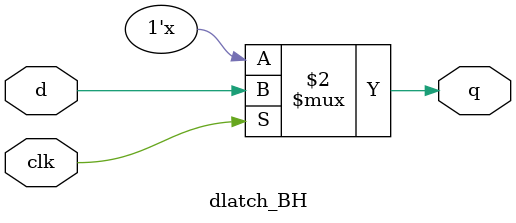
<source format=v>
module dlatch_BH(
	input d,
	input clk,
	output reg q
);


	always @(*)
		begin
			if (clk)
				q <= d;
		
		end
		
endmodule

		
</source>
